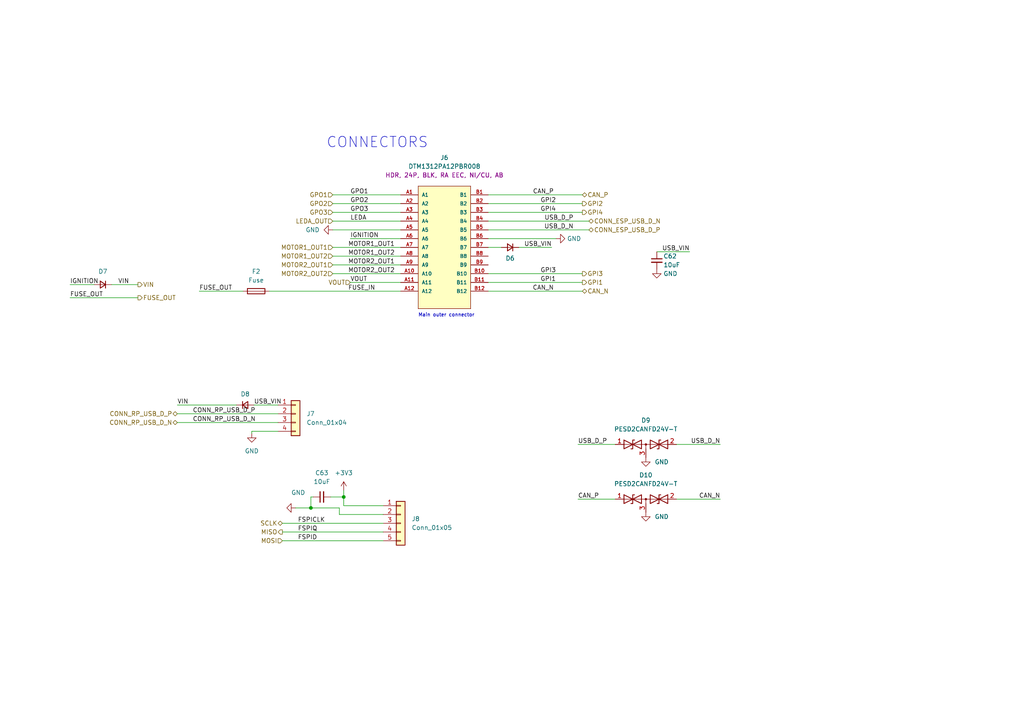
<source format=kicad_sch>
(kicad_sch (version 20211123) (generator eeschema)
  (paper "A4")
  (title_block (title "CAN RGB Controller") (date "2022-05-30") (rev "B") (company "cone.codes") (comment 1 "https://github.com/miata-bot/can-link"))
  (lib_symbols
    (symbol "ConeCodes:DTM1312PA12PBR008" (pin_names (offset 1.016))
      (property "Reference" "J" (at -7.62 17.8054 0))
      (property "Value" "DTM1312PA12PBR008" (at -7.62 -25.4 0))
      (property "MPN" "DTM1312PA12PBR008" (at 0 0 0))
      (property "Description" " HDR, 24P, BLK, RA EEC, NI/CU, AB" (at 0 0 0))
      (symbol "DTM1312PA12PBR008_0_0"
        (rectangle (start -7.62 -20.32) (end 7.62 15.24) (stroke (width 0.1524)) (fill (type background)))
        (pin passive line (at -12.7 12.7 0) (length 5.08) (name "A1") (number "A1"))
        (pin passive line (at -12.7 -10.16 0) (length 5.08) (name "A10") (number "A10"))
        (pin passive line (at -12.7 -12.7 0) (length 5.08) (name "A11") (number "A11"))
        (pin passive line (at -12.7 -15.24 0) (length 5.08) (name "A12") (number "A12"))
        (pin passive line (at -12.7 10.16 0) (length 5.08) (name "A2") (number "A2"))
        (pin passive line (at -12.7 7.62 0) (length 5.08) (name "A3") (number "A3"))
        (pin passive line (at -12.7 5.08 0) (length 5.08) (name "A4") (number "A4"))
        (pin passive line (at -12.7 2.54 0) (length 5.08) (name "A5") (number "A5"))
        (pin passive line (at -12.7 0 0) (length 5.08) (name "A6") (number "A6"))
        (pin passive line (at -12.7 -2.54 0) (length 5.08) (name "A7") (number "A7"))
        (pin passive line (at -12.7 -5.08 0) (length 5.08) (name "A8") (number "A8"))
        (pin passive line (at -12.7 -7.62 0) (length 5.08) (name "A9") (number "A9"))
        (pin passive line (at 12.7 12.7 180) (length 5.08) (name "B1") (number "B1"))
        (pin passive line (at 12.7 -10.16 180) (length 5.08) (name "B10") (number "B10"))
        (pin passive line (at 12.7 -12.7 180) (length 5.08) (name "B11") (number "B11"))
        (pin passive line (at 12.7 -15.24 180) (length 5.08) (name "B12") (number "B12"))
        (pin passive line (at 12.7 10.16 180) (length 5.08) (name "B2") (number "B2"))
        (pin passive line (at 12.7 7.62 180) (length 5.08) (name "B3") (number "B3"))
        (pin passive line (at 12.7 5.08 180) (length 5.08) (name "B4") (number "B4"))
        (pin passive line (at 12.7 2.54 180) (length 5.08) (name "B5") (number "B5"))
        (pin passive line (at 12.7 0 180) (length 5.08) (name "B6") (number "B6"))
        (pin passive line (at 12.7 -2.54 180) (length 5.08) (name "B7") (number "B7"))
        (pin passive line (at 12.7 -5.08 180) (length 5.08) (name "B8") (number "B8"))
        (pin passive line (at 12.7 -7.62 180) (length 5.08) (name "B9") (number "B9"))
      )
    )
    (symbol "Connector_Generic:Conn_01x04" (pin_names (offset 1.016) hide)
      (property "Reference" "J" (at 0 5.08 0))
      (property "Value" "Conn_01x04" (at 0 -7.62 0))
      (symbol "Conn_01x04_1_1"
        (rectangle (start -1.27 -4.953) (end 0 -5.207) (stroke (width 0.1524)))
        (rectangle (start -1.27 -2.413) (end 0 -2.667) (stroke (width 0.1524)))
        (rectangle (start -1.27 0.127) (end 0 -0.127) (stroke (width 0.1524)))
        (rectangle (start -1.27 2.667) (end 0 2.413) (stroke (width 0.1524)))
        (rectangle (start -1.27 3.81) (end 1.27 -6.35) (stroke (width 0.254)) (fill (type background)))
        (pin passive line (at -5.08 2.54 0) (length 3.81) (name "Pin_1") (number "1"))
        (pin passive line (at -5.08 0 0) (length 3.81) (name "Pin_2") (number "2"))
        (pin passive line (at -5.08 -2.54 0) (length 3.81) (name "Pin_3") (number "3"))
        (pin passive line (at -5.08 -5.08 0) (length 3.81) (name "Pin_4") (number "4"))
      )
    )
    (symbol "Connector_Generic:Conn_01x05" (pin_names (offset 1.016) hide)
      (property "Reference" "J" (at 0 7.62 0))
      (property "Value" "Conn_01x05" (at 0 -7.62 0))
      (symbol "Conn_01x05_1_1"
        (rectangle (start -1.27 -4.953) (end 0 -5.207) (stroke (width 0.1524)))
        (rectangle (start -1.27 -2.413) (end 0 -2.667) (stroke (width 0.1524)))
        (rectangle (start -1.27 0.127) (end 0 -0.127) (stroke (width 0.1524)))
        (rectangle (start -1.27 2.667) (end 0 2.413) (stroke (width 0.1524)))
        (rectangle (start -1.27 5.207) (end 0 4.953) (stroke (width 0.1524)))
        (rectangle (start -1.27 6.35) (end 1.27 -6.35) (stroke (width 0.254)) (fill (type background)))
        (pin passive line (at -5.08 5.08 0) (length 3.81) (name "Pin_1") (number "1"))
        (pin passive line (at -5.08 2.54 0) (length 3.81) (name "Pin_2") (number "2"))
        (pin passive line (at -5.08 0 0) (length 3.81) (name "Pin_3") (number "3"))
        (pin passive line (at -5.08 -2.54 0) (length 3.81) (name "Pin_4") (number "4"))
        (pin passive line (at -5.08 -5.08 0) (length 3.81) (name "Pin_5") (number "5"))
      )
    )
    (symbol "Device:C_Small" (pin_numbers hide) (pin_names (offset 0.254) hide)
      (property "Reference" "C" (at 0.254 1.778 0))
      (property "Value" "C_Small" (at 0.254 -2.032 0))
      (symbol "C_Small_0_1"
        (polyline (pts (xy -1.524 -0.508) (xy 1.524 -0.508)) (stroke (width 0.3302)))
        (polyline (pts (xy -1.524 0.508) (xy 1.524 0.508)) (stroke (width 0.3048)))
      )
      (symbol "C_Small_1_1"
        (pin passive line (at 0 2.54 270) (length 2.032) (name "~") (number "1"))
        (pin passive line (at 0 -2.54 90) (length 2.032) (name "~") (number "2"))
      )
    )
    (symbol "Device:D_Small" (pin_numbers hide) (pin_names (offset 0.254) hide)
      (property "Reference" "D" (at -1.27 2.032 0))
      (property "Value" "D_Small" (at -3.81 -2.032 0))
      (symbol "D_Small_0_1"
        (polyline (pts (xy -0.762 -1.016) (xy -0.762 1.016)) (stroke (width 0.254)))
        (polyline (pts (xy -0.762 0) (xy 0.762 0)))
        (polyline (pts (xy 0.762 -1.016) (xy -0.762 0) (xy 0.762 1.016) (xy 0.762 -1.016)) (stroke (width 0.254)))
      )
      (symbol "D_Small_1_1"
        (pin passive line (at -2.54 0 0) (length 1.778) (name "K") (number "1"))
        (pin passive line (at 2.54 0 180) (length 1.778) (name "A") (number "2"))
      )
    )
    (symbol "Device:D_TVS_Dual_AAC" (pin_names (offset 1.016) hide)
      (property "Reference" "D" (at 0 4.445 0))
      (property "Value" "D_TVS_Dual_AAC" (at 0 2.54 0))
      (symbol "D_TVS_Dual_AAC_0_0"
        (polyline (pts (xy 0 -1.27) (xy 0 0)))
      )
      (symbol "D_TVS_Dual_AAC_0_1"
        (polyline (pts (xy -6.35 0) (xy 6.35 0)))
        (polyline (pts (xy -3.302 1.27) (xy -3.81 1.27) (xy -3.81 -1.27) (xy -4.318 -1.27)) (stroke (width 0.254)))
        (polyline (pts (xy 4.318 1.27) (xy 3.81 1.27) (xy 3.81 -1.27) (xy 3.302 -1.27)) (stroke (width 0.254)))
        (polyline (pts (xy -6.35 1.27) (xy -1.27 -1.27) (xy -1.27 1.27) (xy -6.35 -1.27) (xy -6.35 1.27)) (stroke (width 0.254)))
        (polyline (pts (xy 6.35 1.27) (xy 1.27 -1.27) (xy 1.27 1.27) (xy 6.35 -1.27) (xy 6.35 1.27)) (stroke (width 0.254)))
        (circle (center 0 0) (radius 0.254) (fill (type outline)))
      )
      (symbol "D_TVS_Dual_AAC_1_1"
        (pin passive line (at -8.89 0 0) (length 2.54) (name "A1") (number "1"))
        (pin passive line (at 8.89 0 180) (length 2.54) (name "A2") (number "2"))
        (pin input line (at 0 -3.81 90) (length 2.54) (name "common") (number "3"))
      )
    )
    (symbol "Device:Fuse" (pin_numbers hide) (pin_names (offset 0))
      (property "Reference" "F" (at 2.032 0 90))
      (property "Value" "Fuse" (at -1.905 0 90))
      (symbol "Fuse_0_1"
        (rectangle (start -0.762 -2.54) (end 0.762 2.54) (stroke (width 0.254)))
        (polyline (pts (xy 0 2.54) (xy 0 -2.54)))
      )
      (symbol "Fuse_1_1"
        (pin passive line (at 0 3.81 270) (length 1.27) (name "~") (number "1"))
        (pin passive line (at 0 -3.81 90) (length 1.27) (name "~") (number "2"))
      )
    )
    (symbol "power:+3V3" (power) (pin_names (offset 0))
      (property "Value" "+3V3" (at 0 3.556 0))
      (symbol "+3V3_0_1"
        (polyline (pts (xy -0.762 1.27) (xy 0 2.54)))
        (polyline (pts (xy 0 0) (xy 0 2.54)))
        (polyline (pts (xy 0 2.54) (xy 0.762 1.27)))
      )
      (symbol "+3V3_1_1"
        (pin power_in line (at 0 0 90) (length 0) hide (name "+3V3") (number "1"))
      )
    )
    (symbol "power:GND" (power) (pin_names (offset 0))
      (property "Value" "GND" (at 0 -3.81 0))
      (symbol "GND_0_1"
        (polyline (pts (xy 0 0) (xy 0 -1.27) (xy 1.27 -1.27) (xy 0 -2.54) (xy -1.27 -1.27) (xy 0 -1.27)))
      )
      (symbol "GND_1_1"
        (pin power_in line (at 0 0 270) (length 0) hide (name "GND") (number "1"))
      )
    )
  )
  (junction (at 99.695 144.145))
  (junction (at 90.17 147.32))
  (wire (pts (xy 141.605 84.455) (xy 168.91 84.455)))
  (wire (pts (xy 81.915 151.765) (xy 111.125 151.765)))
  (wire (pts (xy 81.915 154.305) (xy 111.125 154.305)))
  (wire (pts (xy 96.52 76.835) (xy 116.205 76.835)))
  (wire (pts (xy 196.215 144.78) (xy 208.915 144.78)))
  (wire (pts (xy 116.205 56.515) (xy 96.52 56.515)))
  (wire (pts (xy 73.025 125.095) (xy 80.645 125.095)))
  (wire (pts (xy 150.495 71.755) (xy 160.02 71.755)))
  (wire (pts (xy 196.215 128.905) (xy 208.915 128.905)))
  (wire (pts (xy 90.17 144.145) (xy 90.17 147.32)))
  (wire (pts (xy 51.435 122.555) (xy 80.645 122.555)))
  (wire (pts (xy 20.32 86.36) (xy 40.005 86.36)))
  (wire (pts (xy 96.52 74.295) (xy 116.205 74.295)))
  (wire (pts (xy 99.695 146.685) (xy 111.125 146.685)))
  (wire (pts (xy 167.64 144.78) (xy 178.435 144.78)))
  (wire (pts (xy 99.695 142.24) (xy 99.695 144.145)))
  (wire (pts (xy 78.105 84.455) (xy 116.205 84.455)))
  (wire (pts (xy 32.385 82.55) (xy 40.005 82.55)))
  (wire (pts (xy 81.915 156.845) (xy 111.125 156.845)))
  (wire (pts (xy 141.605 61.595) (xy 168.91 61.595)))
  (wire (pts (xy 96.52 71.755) (xy 116.205 71.755)))
  (wire (pts (xy 167.64 128.905) (xy 178.435 128.905)))
  (wire (pts (xy 170.815 66.675) (xy 141.605 66.675)))
  (wire (pts (xy 141.605 59.055) (xy 168.91 59.055)))
  (wire (pts (xy 116.205 59.055) (xy 96.52 59.055)))
  (wire (pts (xy 141.605 69.215) (xy 161.29 69.215)))
  (wire (pts (xy 98.425 147.32) (xy 98.425 149.225)))
  (wire (pts (xy 141.605 79.375) (xy 168.91 79.375)))
  (wire (pts (xy 95.885 144.145) (xy 99.695 144.145)))
  (wire (pts (xy 73.025 125.73) (xy 73.025 125.095)))
  (wire (pts (xy 170.815 64.135) (xy 141.605 64.135)))
  (wire (pts (xy 51.435 120.015) (xy 80.645 120.015)))
  (wire (pts (xy 141.605 81.915) (xy 168.91 81.915)))
  (wire (pts (xy 90.805 144.145) (xy 90.17 144.145)))
  (wire (pts (xy 101.6 69.215) (xy 116.205 69.215)))
  (wire (pts (xy 20.32 82.55) (xy 27.305 82.55)))
  (wire (pts (xy 96.52 66.675) (xy 116.205 66.675)))
  (wire (pts (xy 98.425 149.225) (xy 111.125 149.225)))
  (wire (pts (xy 85.725 147.32) (xy 90.17 147.32)))
  (wire (pts (xy 90.17 147.32) (xy 98.425 147.32)))
  (wire (pts (xy 57.785 84.455) (xy 70.485 84.455)))
  (wire (pts (xy 101.6 81.915) (xy 116.205 81.915)))
  (wire (pts (xy 116.205 61.595) (xy 96.52 61.595)))
  (wire (pts (xy 96.52 64.135) (xy 116.205 64.135)))
  (wire (pts (xy 141.605 71.755) (xy 145.415 71.755)))
  (wire (pts (xy 96.52 79.375) (xy 116.205 79.375)))
  (wire (pts (xy 99.695 144.145) (xy 99.695 146.685)))
  (wire (pts (xy 141.605 56.515) (xy 168.91 56.515)))
  (wire (pts (xy 73.66 117.475) (xy 80.645 117.475)))
  (wire (pts (xy 190.5 73.025) (xy 200.025 73.025)))
  (wire (pts (xy 51.435 117.475) (xy 68.58 117.475)))
  (text "Main outer connector" (at 121.285 92.075 0) (effects (font (size 1 1)) (justify left bottom)))
  (text "CONNECTORS" (at 94.615 43.18 0) (effects (font (size 3 3)) (justify left bottom)))
  (label "USB_D_N" (at 208.915 128.905 180))
  (label "MOTOR1_OUT2" (at 100.965 74.295 0))
  (label "VIN" (at 37.465 82.55 180))
  (label "USB_VIN" (at 200.025 73.025 180))
  (label "IGNITION" (at 20.32 82.55 0))
  (label "USB_VIN" (at 160.02 71.755 180))
  (label "LEDA" (at 101.6 64.135 0))
  (label "USB_VIN" (at 73.66 117.475 0))
  (label "FSPID" (at 86.36 156.845 0))
  (label "FUSE_OUT" (at 20.32 86.36 0))
  (label "FSPIQ" (at 86.36 154.305 0))
  (label "GPO3" (at 101.6 61.595 0))
  (label "VOUT" (at 101.6 81.915 0))
  (label "CAN_N" (at 160.655 84.455 180))
  (label "CAN_P" (at 167.64 144.78 0))
  (label "GPO1" (at 101.6 56.515 0))
  (label "GPI4" (at 161.29 61.595 180))
  (label "IGNITION" (at 101.6 69.215 0))
  (label "MOTOR2_OUT2" (at 100.965 79.375 0))
  (label "MOTOR1_OUT1" (at 100.965 71.755 0))
  (label "MOTOR2_OUT1" (at 100.965 76.835 0))
  (label "VIN" (at 51.435 117.475 0))
  (label "CAN_P" (at 160.655 56.515 180))
  (label "GPI1" (at 161.29 81.915 180))
  (label "CAN_N" (at 208.915 144.78 180))
  (label "GPO2" (at 101.6 59.055 0))
  (label "FUSE_OUT" (at 57.785 84.455 0))
  (label "CONN_RP_USB_D_N" (at 55.88 122.555 0))
  (label "GPI3" (at 161.29 79.375 180))
  (label "CONN_RP_USB_D_P" (at 55.88 120.015 0))
  (label "USB_D_P" (at 167.64 128.905 0))
  (label "USB_D_P" (at 166.37 64.135 180))
  (label "GPI2" (at 161.29 59.055 180))
  (label "FSPICLK" (at 86.36 151.765 0))
  (label "FUSE_IN" (at 100.965 84.455 0))
  (label "USB_D_N" (at 166.37 66.675 180))
  (hierarchical_label "FUSE_OUT" (shape output) (at 40.005 86.36 0))
  (hierarchical_label "MISO" (shape output) (at 81.915 154.305 180))
  (hierarchical_label "GPO3" (shape input) (at 96.52 61.595 180))
  (hierarchical_label "CONN_ESP_USB_D_N" (shape bidirectional) (at 170.815 64.135 0))
  (hierarchical_label "SCLK" (shape bidirectional) (at 81.915 151.765 180))
  (hierarchical_label "GPI4" (shape output) (at 168.91 61.595 0))
  (hierarchical_label "LEDA_OUT" (shape input) (at 96.52 64.135 180))
  (hierarchical_label "CONN_RP_USB_D_N" (shape bidirectional) (at 51.435 122.555 180))
  (hierarchical_label "MOTOR2_OUT2" (shape input) (at 96.52 79.375 180))
  (hierarchical_label "CONN_ESP_USB_D_P" (shape bidirectional) (at 170.815 66.675 0))
  (hierarchical_label "GPO1" (shape input) (at 96.52 56.515 180))
  (hierarchical_label "MOTOR1_OUT2" (shape input) (at 96.52 74.295 180))
  (hierarchical_label "GPI2" (shape output) (at 168.91 59.055 0))
  (hierarchical_label "MOSI" (shape input) (at 81.915 156.845 180))
  (hierarchical_label "VOUT" (shape input) (at 101.6 81.915 180))
  (hierarchical_label "GPO2" (shape input) (at 96.52 59.055 180))
  (hierarchical_label "CAN_P" (shape bidirectional) (at 168.91 56.515 0))
  (hierarchical_label "CAN_N" (shape bidirectional) (at 168.91 84.455 0))
  (hierarchical_label "CONN_RP_USB_D_P" (shape bidirectional) (at 51.435 120.015 180))
  (hierarchical_label "MOTOR1_OUT1" (shape input) (at 96.52 71.755 180))
  (hierarchical_label "MOTOR2_OUT1" (shape input) (at 96.52 76.835 180))
  (hierarchical_label "GPI3" (shape output) (at 168.91 79.375 0))
  (hierarchical_label "GPI1" (shape output) (at 168.91 81.915 0))
  (hierarchical_label "VIN" (shape output) (at 40.005 82.55 0))
  (symbol (lib_id "Device:D_TVS_Dual_AAC") (at 187.325 144.78 0) (unit 1)
    (property "Reference" "D10" (at 187.325 137.795 0))
    (property "Value" "PESD2CANFD24V-T" (at 187.325 140.335 0))
    (property "Footprint" "Package_TO_SOT_SMD:SOT-23" (effects hide))
    (property "MPN" "PESD2CANFD24V-T" (effects hide))
    (property "Description" "TVS DIODE 24VWM 42VC TO236AB" (effects hide))
  )
  (symbol (lib_id "power:GND") (at 187.325 132.715 0) (unit 1)
    (property "Reference" "#PWR095" (effects hide))
    (property "Value" "GND" (at 189.865 133.9849 0) (effects (justify left)))
  )
  (symbol (lib_id "Device:D_Small") (at 29.845 82.55 180) (unit 1)
    (property "Reference" "D7" (at 29.845 78.74 0))
    (property "Value" "D_Small" (effects hide))
    (property "Footprint" "Diode_SMD:D_SOD-123F" (effects hide))
    (property "MPN" "CUHS15S30,H3F" (effects hide))
    (property "Description" "SBD SINGLE 30V, 1.5A, IN 2 PIN U" (effects hide))
  )
  (symbol (lib_id "power:GND") (at 187.325 148.59 0) (unit 1)
    (property "Reference" "#PWR098" (effects hide))
    (property "Value" "GND" (at 189.865 149.8599 0) (effects (justify left)))
  )
  (symbol (lib_id "Device:C_Small") (at 93.345 144.145 90) (unit 1)
    (property "Reference" "C63" (at 93.3513 137.16 90))
    (property "Value" "10uF" (at 93.3513 139.7 90))
    (property "Footprint" "Capacitor_SMD:C_0805_2012Metric" (effects hide))
    (property "Description" "CAP CER 10UF 10V 0805" (effects hide))
    (property "MPN" "GRT21BC81A106KE01L" (effects hide))
  )
  (symbol (lib_id "Device:C_Small") (at 190.5 75.565 0) (unit 1)
    (property "Reference" "C62" (at 192.405 74.3012 0) (effects (justify left)))
    (property "Value" "10uF" (at 192.405 76.8412 0) (effects (justify left)))
    (property "Footprint" "Capacitor_SMD:C_0805_2012Metric" (effects hide))
    (property "Description" "CAP CER 10UF 10V 0805" (effects hide))
    (property "MPN" "GRT21BC81A106KE01L" (effects hide))
  )
  (symbol (lib_id "Device:D_Small") (at 71.12 117.475 0) (unit 1)
    (property "Reference" "D8" (at 71.12 114.3 0))
    (property "Value" "D_Small" (effects hide))
    (property "Footprint" "Diode_SMD:D_SOD-123F" (effects hide))
    (property "MPN" "CUHS15S30,H3F" (effects hide))
    (property "Description" "SBD SINGLE 30V, 1.5A, IN 2 PIN U" (effects hide))
  )
  (symbol (lib_id "power:GND") (at 85.725 147.32 270) (unit 1)
    (property "Reference" "#PWR097" (effects hide))
    (property "Value" "GND" (at 84.455 142.8749 90) (effects (justify left)))
  )
  (symbol (lib_id "power:GND") (at 190.5 78.105 0) (unit 1)
    (property "Reference" "#PWR093" (effects hide))
    (property "Value" "GND" (at 192.405 79.3749 0) (effects (justify left)))
  )
  (symbol (lib_id "power:GND") (at 161.29 69.215 90) (unit 1)
    (property "Reference" "#PWR092" (effects hide))
    (property "Value" "GND" (at 164.465 69.2149 90) (effects (justify right)))
  )
  (symbol (lib_id "Device:Fuse") (at 74.295 84.455 90) (mirror x) (unit 1)
    (property "Reference" "F2" (at 74.295 78.74 90))
    (property "Value" "Fuse" (at 74.295 81.28 90))
    (property "Footprint" "ConeCodes:Keystone-3587-10TR" (effects hide))
    (property "Description" "FUSE HOLDER BLADE 20A SMD (SMT)" (effects hide))
    (property "MPN" "3587-10TR" (effects hide))
  )
  (symbol (lib_id "Device:D_TVS_Dual_AAC") (at 187.325 128.905 0) (unit 1)
    (property "Reference" "D9" (at 187.325 121.92 0))
    (property "Value" "PESD2CANFD24V-T" (at 187.325 124.46 0))
    (property "Footprint" "Package_TO_SOT_SMD:SOT-23" (effects hide))
    (property "MPN" "PESD2CANFD24V-T" (effects hide))
    (property "Description" "TVS DIODE 24VWM 42VC TO236AB" (effects hide))
  )
  (symbol (lib_id "power:GND") (at 73.025 125.73 0) (unit 1)
    (property "Reference" "#PWR094" (effects hide))
    (property "Value" "GND" (at 73.025 130.81 0))
  )
  (symbol (lib_id "Device:D_Small") (at 147.955 71.755 180) (unit 1)
    (property "Reference" "D6" (at 147.955 74.93 0))
    (property "Value" "D_Small" (effects hide))
    (property "Footprint" "Diode_SMD:D_SOD-123F" (effects hide))
    (property "MPN" "CUHS15S30,H3F" (effects hide))
    (property "Description" "SBD SINGLE 30V, 1.5A, IN 2 PIN U" (effects hide))
  )
  (symbol (lib_id "power:GND") (at 96.52 66.675 270) (unit 1)
    (property "Reference" "#PWR091" (effects hide))
    (property "Value" "GND" (at 92.71 66.6749 90) (effects (justify right)))
  )
  (symbol (lib_id "power:+3V3") (at 99.695 142.24 0) (unit 1)
    (property "Reference" "#PWR096" (effects hide))
    (property "Value" "+3V3" (at 99.695 137.16 0))
  )
  (symbol (lib_id "ConeCodes:DTM1312PA12PBR008") (at 128.905 69.215 0) (unit 1)
    (property "Reference" "J6" (at 128.905 45.72 0))
    (property "Value" "DTM1312PA12PBR008" (at 128.905 48.26 0))
    (property "Footprint" "TE_DTM1312PA12PBR008" (effects hide))
    (property "Datasheet" "https://www.te.com/usa-en/product-DTM1312PA12PBR008.datasheet.pdf" (effects hide))
    (property "MPN" "DTM1312PA12PBR008" (effects hide))
    (property "Description" "HDR, 24P, BLK, RA EEC, NI/CU, AB" (at 128.905 50.8 0))
  )
  (symbol (lib_id "Connector_Generic:Conn_01x05") (at 116.205 151.765 0) (unit 1)
    (property "Reference" "J8" (at 119.38 150.4949 0) (effects (justify left)))
    (property "Value" "Conn_01x05" (at 119.38 153.0349 0) (effects (justify left)))
    (property "Footprint" "Connector_PinHeader_1.27mm:PinHeader_1x05_P1.27mm_Vertical" (effects hide))
  )
  (symbol (lib_id "Connector_Generic:Conn_01x04") (at 85.725 120.015 0) (unit 1)
    (property "Reference" "J7" (at 88.9 120.0149 0) (effects (justify left)))
    (property "Value" "Conn_01x04" (at 88.9 122.5549 0) (effects (justify left)))
    (property "Footprint" "Connector_PinHeader_1.27mm:PinHeader_1x04_P1.27mm_Vertical" (effects hide))
  )
)
</source>
